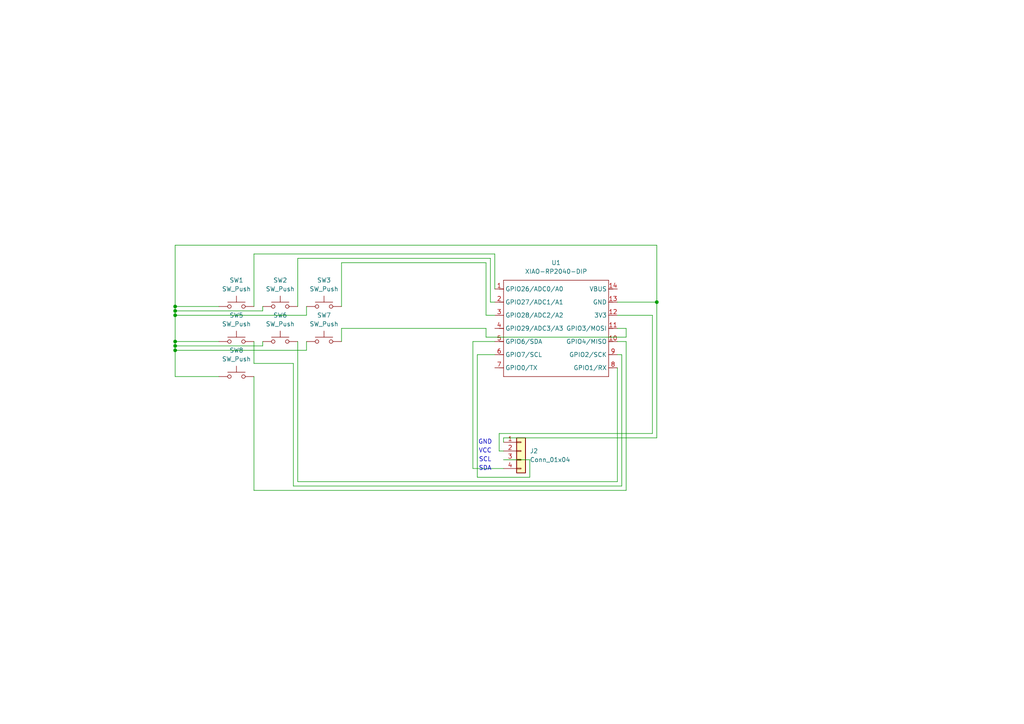
<source format=kicad_sch>
(kicad_sch (version 20250114) (generator "eeschema") (generator_version "9.0")
  (paper "A4")
  (lib_symbols
    (symbol "Connector_Generic:Conn_01x04" (pin_names (offset 1.016) (hide yes))
      (property "Reference" "J" (at 0 5.08 0))
      (property "Value" "Conn_01x04" (at 0 -7.62 0))
      (symbol "Conn_01x04_1_1"
        (rectangle (start -1.27 3.81) (end 1.27 -6.35) (stroke (width 0.254)) (fill (type background)))
        (rectangle (start -1.27 2.667) (end 0 2.413) (stroke (width 0.1524)))
        (rectangle (start -1.27 0.127) (end 0 -0.127) (stroke (width 0.1524)))
        (rectangle (start -1.27 -2.413) (end 0 -2.667) (stroke (width 0.1524)))
        (rectangle (start -1.27 -4.953) (end 0 -5.207) (stroke (width 0.1524)))
        (pin passive line (at -5.08 2.54 0) (length 3.81) (name "Pin_1") (number "1"))
        (pin passive line (at -5.08 0 0) (length 3.81) (name "Pin_2") (number "2"))
        (pin passive line (at -5.08 -2.54 0) (length 3.81) (name "Pin_3") (number "3"))
        (pin passive line (at -5.08 -5.08 0) (length 3.81) (name "Pin_4") (number "4"))
      )
    )
    (symbol "Switch:SW_Push" (pin_numbers (hide yes)) (pin_names (offset 1.016) (hide yes))
      (property "Reference" "SW" (at 1.27 2.54 0))
      (property "Value" "SW_Push" (at 0 -1.524 0))
      (symbol "SW_Push_0_1"
        (circle (center -2.032 0) (radius 0.508))
        (polyline (pts (xy 0 1.27) (xy 0 3.048)))
        (circle (center 2.032 0) (radius 0.508))
        (polyline (pts (xy 2.54 1.27) (xy -2.54 1.27)))
        (pin passive line (at -5.08 0 0) (length 2.54) (name "1") (number "1"))
        (pin passive line (at 5.08 0 180) (length 2.54) (name "2") (number "2"))
      )
    )
    (symbol "XIAO:XIAO-RP2040-DIP"
      (property "Reference" "U" (at 0 0 0))
      (property "Value" "XIAO-RP2040-DIP" (at 5.334 -1.778 0))
      (symbol "XIAO-RP2040-DIP_1_0"
        (polyline (pts (xy -1.27 -2.54) (xy 29.21 -2.54)) (stroke (width 0.1524)))
        (polyline (pts (xy -1.27 -5.08) (xy -2.54 -5.08)) (stroke (width 0.1524)))
        (polyline (pts (xy -1.27 -5.08) (xy -1.27 -2.54)) (stroke (width 0.1524)))
        (polyline (pts (xy -1.27 -8.89) (xy -2.54 -8.89)) (stroke (width 0.1524)))
        (polyline (pts (xy -1.27 -8.89) (xy -1.27 -5.08)) (stroke (width 0.1524)))
        (polyline (pts (xy -1.27 -12.7) (xy -2.54 -12.7)) (stroke (width 0.1524)))
        (polyline (pts (xy -1.27 -12.7) (xy -1.27 -8.89)) (stroke (width 0.1524)))
        (polyline (pts (xy -1.27 -16.51) (xy -2.54 -16.51)) (stroke (width 0.1524)))
        (polyline (pts (xy -1.27 -16.51) (xy -1.27 -12.7)) (stroke (width 0.1524)))
        (polyline (pts (xy -1.27 -20.32) (xy -2.54 -20.32)) (stroke (width 0.1524)))
        (polyline (pts (xy -1.27 -24.13) (xy -2.54 -24.13)) (stroke (width 0.1524)))
        (polyline (pts (xy -1.27 -27.94) (xy -2.54 -27.94)) (stroke (width 0.1524)))
        (polyline (pts (xy -1.27 -30.48) (xy -1.27 -16.51)) (stroke (width 0.1524)))
        (polyline (pts (xy 29.21 -2.54) (xy 29.21 -5.08)) (stroke (width 0.1524)))
        (polyline (pts (xy 29.21 -5.08) (xy 29.21 -8.89)) (stroke (width 0.1524)))
        (polyline (pts (xy 29.21 -8.89) (xy 29.21 -12.7)) (stroke (width 0.1524)))
        (polyline (pts (xy 29.21 -12.7) (xy 29.21 -30.48)) (stroke (width 0.1524)))
        (polyline (pts (xy 29.21 -30.48) (xy -1.27 -30.48)) (stroke (width 0.1524)))
        (polyline (pts (xy 30.48 -5.08) (xy 29.21 -5.08)) (stroke (width 0.1524)))
        (polyline (pts (xy 30.48 -8.89) (xy 29.21 -8.89)) (stroke (width 0.1524)))
        (polyline (pts (xy 30.48 -12.7) (xy 29.21 -12.7)) (stroke (width 0.1524)))
        (polyline (pts (xy 30.48 -16.51) (xy 29.21 -16.51)) (stroke (width 0.1524)))
        (polyline (pts (xy 30.48 -20.32) (xy 29.21 -20.32)) (stroke (width 0.1524)))
        (polyline (pts (xy 30.48 -24.13) (xy 29.21 -24.13)) (stroke (width 0.1524)))
        (polyline (pts (xy 30.48 -27.94) (xy 29.21 -27.94)) (stroke (width 0.1524)))
        (pin passive line (at -3.81 -5.08 0) (length 2.54) (name "GPIO26/ADC0/A0") (number "1"))
        (pin passive line (at -3.81 -8.89 0) (length 2.54) (name "GPIO27/ADC1/A1") (number "2"))
        (pin passive line (at -3.81 -12.7 0) (length 2.54) (name "GPIO28/ADC2/A2") (number "3"))
        (pin passive line (at -3.81 -16.51 0) (length 2.54) (name "GPIO29/ADC3/A3") (number "4"))
        (pin passive line (at -3.81 -20.32 0) (length 2.54) (name "GPIO6/SDA") (number "5"))
        (pin passive line (at -3.81 -24.13 0) (length 2.54) (name "GPIO7/SCL") (number "6"))
        (pin passive line (at -3.81 -27.94 0) (length 2.54) (name "GPIO0/TX") (number "7"))
        (pin passive line (at 31.75 -5.08 180) (length 2.54) (name "VBUS") (number "14"))
        (pin passive line (at 31.75 -8.89 180) (length 2.54) (name "GND") (number "13"))
        (pin passive line (at 31.75 -12.7 180) (length 2.54) (name "3V3") (number "12"))
        (pin passive line (at 31.75 -16.51 180) (length 2.54) (name "GPIO3/MOSI") (number "11"))
        (pin passive line (at 31.75 -20.32 180) (length 2.54) (name "GPIO4/MISO") (number "10"))
        (pin passive line (at 31.75 -24.13 180) (length 2.54) (name "GPIO2/SCK") (number "9"))
        (pin passive line (at 31.75 -27.94 180) (length 2.54) (name "GPIO1/RX") (number "8"))
      )
    )
  )
  (text "SCL\n" (at 140.716 133.35 0) (effects (font (size 1.27 1.27))))
  (text "SDA" (at 140.716 135.89 0) (effects (font (size 1.27 1.27))))
  (text "GND\n" (at 140.716 128.27 0) (effects (font (size 1.27 1.27))))
  (text "VCC" (at 140.716 130.81 0) (effects (font (size 1.27 1.27))))
  (junction (at 50.8 100.33))
  (junction (at 190.5 87.63))
  (junction (at 50.8 88.9))
  (junction (at 50.8 101.6))
  (junction (at 50.8 99.06))
  (junction (at 50.8 90.17))
  (junction (at 50.8 91.44))
  (wire (pts (xy 73.66 99.06) (xy 73.66 105.41)))
  (wire (pts (xy 138.43 138.43) (xy 138.43 102.87)))
  (wire (pts (xy 153.67 138.43) (xy 138.43 138.43)))
  (wire (pts (xy 50.8 101.6) (xy 88.9 101.6)))
  (wire (pts (xy 140.97 95.25) (xy 140.97 97.79)))
  (wire (pts (xy 50.8 100.33) (xy 50.8 99.06)))
  (wire (pts (xy 140.97 76.2) (xy 140.97 91.44)))
  (wire (pts (xy 86.36 99.06) (xy 86.36 139.7)))
  (wire (pts (xy 50.8 101.6) (xy 50.8 100.33)))
  (wire (pts (xy 76.2 99.06) (xy 76.2 100.33)))
  (wire (pts (xy 73.66 88.9) (xy 73.66 73.66)))
  (wire (pts (xy 179.07 91.44) (xy 189.23 91.44)))
  (wire (pts (xy 50.8 90.17) (xy 50.8 91.44)))
  (wire (pts (xy 137.16 99.06) (xy 143.51 99.06)))
  (wire (pts (xy 73.66 109.22) (xy 73.66 142.24)))
  (wire (pts (xy 85.09 140.97) (xy 180.34 140.97)))
  (wire (pts (xy 76.2 90.17) (xy 50.8 90.17)))
  (wire (pts (xy 88.9 99.06) (xy 88.9 101.6)))
  (wire (pts (xy 146.05 127) (xy 146.05 128.27)))
  (wire (pts (xy 140.97 97.79) (xy 181.61 97.79)))
  (wire (pts (xy 146.05 130.81) (xy 144.78 130.81)))
  (wire (pts (xy 180.34 140.97) (xy 180.34 102.87)))
  (wire (pts (xy 189.23 125.73) (xy 189.23 91.44)))
  (wire (pts (xy 143.51 73.66) (xy 143.51 83.82)))
  (wire (pts (xy 88.9 88.9) (xy 88.9 91.44)))
  (wire (pts (xy 137.16 135.89) (xy 137.16 99.06)))
  (wire (pts (xy 99.06 99.06) (xy 99.06 95.25)))
  (wire (pts (xy 50.8 88.9) (xy 50.8 90.17)))
  (wire (pts (xy 50.8 88.9) (xy 50.8 71.12)))
  (wire (pts (xy 180.34 102.87) (xy 179.07 102.87)))
  (wire (pts (xy 190.5 87.63) (xy 190.5 127)))
  (wire (pts (xy 86.36 139.7) (xy 179.07 139.7)))
  (wire (pts (xy 50.8 109.22) (xy 50.8 101.6)))
  (wire (pts (xy 190.5 127) (xy 146.05 127)))
  (wire (pts (xy 50.8 91.44) (xy 50.8 99.06)))
  (wire (pts (xy 76.2 88.9) (xy 76.2 90.17)))
  (wire (pts (xy 181.61 142.24) (xy 181.61 99.06)))
  (wire (pts (xy 137.16 135.89) (xy 146.05 135.89)))
  (wire (pts (xy 86.36 88.9) (xy 86.36 74.93)))
  (wire (pts (xy 146.05 133.35) (xy 153.67 133.35)))
  (wire (pts (xy 140.97 91.44) (xy 143.51 91.44)))
  (wire (pts (xy 73.66 105.41) (xy 85.09 105.41)))
  (wire (pts (xy 99.06 88.9) (xy 99.06 76.2)))
  (wire (pts (xy 190.5 71.12) (xy 190.5 87.63)))
  (wire (pts (xy 50.8 71.12) (xy 190.5 71.12)))
  (wire (pts (xy 153.67 133.35) (xy 153.67 138.43)))
  (wire (pts (xy 144.78 130.81) (xy 144.78 125.73)))
  (wire (pts (xy 85.09 105.41) (xy 85.09 140.97)))
  (wire (pts (xy 63.5 109.22) (xy 50.8 109.22)))
  (wire (pts (xy 73.66 142.24) (xy 181.61 142.24)))
  (wire (pts (xy 63.5 88.9) (xy 50.8 88.9)))
  (wire (pts (xy 179.07 95.25) (xy 181.61 95.25)))
  (wire (pts (xy 138.43 102.87) (xy 143.51 102.87)))
  (wire (pts (xy 142.24 87.63) (xy 143.51 87.63)))
  (wire (pts (xy 99.06 95.25) (xy 140.97 95.25)))
  (wire (pts (xy 190.5 87.63) (xy 179.07 87.63)))
  (wire (pts (xy 50.8 100.33) (xy 76.2 100.33)))
  (wire (pts (xy 99.06 76.2) (xy 140.97 76.2)))
  (wire (pts (xy 179.07 99.06) (xy 181.61 99.06)))
  (wire (pts (xy 73.66 73.66) (xy 143.51 73.66)))
  (wire (pts (xy 142.24 74.93) (xy 142.24 87.63)))
  (wire (pts (xy 179.07 139.7) (xy 179.07 106.68)))
  (wire (pts (xy 144.78 125.73) (xy 189.23 125.73)))
  (wire (pts (xy 86.36 74.93) (xy 142.24 74.93)))
  (wire (pts (xy 50.8 91.44) (xy 88.9 91.44)))
  (wire (pts (xy 50.8 99.06) (xy 63.5 99.06)))
  (wire (pts (xy 181.61 97.79) (xy 181.61 95.25)))
  (symbol (lib_id "Switch:SW_Push") (at 93.98 99.06 0) (unit 1)
    (property "Reference" "SW7" (at 93.98 91.44 0))
    (property "Value" "SW_Push" (at 93.98 93.98 0))
    (property "Footprint" "Button_Switch_Keyboard:SW_Cherry_MX_1.00u_PCB" (effects (hide yes)))
    (property "Description" "Push button switch, generic, two pins" (effects (hide yes)))
  )
  (symbol (lib_id "Switch:SW_Push") (at 68.58 99.06 0) (unit 1)
    (property "Reference" "SW5" (at 68.58 91.44 0))
    (property "Value" "SW_Push" (at 68.58 93.98 0))
    (property "Footprint" "Button_Switch_Keyboard:SW_Cherry_MX_1.00u_PCB" (effects (hide yes)))
    (property "Description" "Push button switch, generic, two pins" (effects (hide yes)))
  )
  (symbol (lib_id "Connector_Generic:Conn_01x04") (at 151.13 130.81 0) (unit 1)
    (property "Reference" "J2" (at 153.67 130.8099 0) (effects (justify left)))
    (property "Value" "Conn_01x04" (at 153.67 133.3499 0) (effects (justify left)))
    (property "Footprint" "OLED 0.91:SSD1306-0.91-OLED-4pin-128x32" (effects (hide yes)))
    (property "Description" "Generic connector, single row, 01x04, script generated (kicad-library-utils/schlib/autogen/connector/)" (effects (hide yes)))
  )
  (symbol (lib_id "Switch:SW_Push") (at 81.28 88.9 0) (unit 1)
    (property "Reference" "SW2" (at 81.28 81.28 0))
    (property "Value" "SW_Push" (at 81.28 83.82 0))
    (property "Footprint" "Button_Switch_Keyboard:SW_Cherry_MX_1.00u_PCB" (effects (hide yes)))
    (property "Description" "Push button switch, generic, two pins" (effects (hide yes)))
  )
  (symbol (lib_id "Switch:SW_Push") (at 68.58 109.22 0) (unit 1)
    (property "Reference" "SW8" (at 68.58 101.6 0))
    (property "Value" "SW_Push" (at 68.58 104.14 0))
    (property "Footprint" "Button_Switch_Keyboard:SW_Cherry_MX_1.00u_PCB" (effects (hide yes)))
    (property "Description" "Push button switch, generic, two pins" (effects (hide yes)))
  )
  (symbol (lib_id "Switch:SW_Push") (at 81.28 99.06 0) (unit 1)
    (property "Reference" "SW6" (at 81.28 91.44 0))
    (property "Value" "SW_Push" (at 81.28 93.98 0))
    (property "Footprint" "Button_Switch_Keyboard:SW_Cherry_MX_1.00u_PCB" (effects (hide yes)))
    (property "Description" "Push button switch, generic, two pins" (effects (hide yes)))
  )
  (symbol (lib_id "Switch:SW_Push") (at 93.98 88.9 0) (unit 1)
    (property "Reference" "SW3" (at 93.98 81.28 0))
    (property "Value" "SW_Push" (at 93.98 83.82 0))
    (property "Footprint" "Button_Switch_Keyboard:SW_Cherry_MX_1.00u_PCB" (effects (hide yes)))
    (property "Description" "Push button switch, generic, two pins" (effects (hide yes)))
  )
  (symbol (lib_id "XIAO:XIAO-RP2040-DIP") (at 147.32 78.74 0) (unit 1)
    (property "Reference" "U1" (at 161.29 76.2 0))
    (property "Value" "XIAO-RP2040-DIP" (at 161.29 78.74 0))
    (property "Footprint" "xaiorp2040:XIAO-RP2040-DIP" (effects (hide yes)))
  )
  (symbol (lib_id "Switch:SW_Push") (at 68.58 88.9 0) (unit 1)
    (property "Reference" "SW1" (at 68.58 81.28 0))
    (property "Value" "SW_Push" (at 68.58 83.82 0))
    (property "Footprint" "Button_Switch_Keyboard:SW_Cherry_MX_1.00u_PCB" (effects (hide yes)))
    (property "Description" "Push button switch, generic, two pins" (effects (hide yes)))
  )
)
</source>
